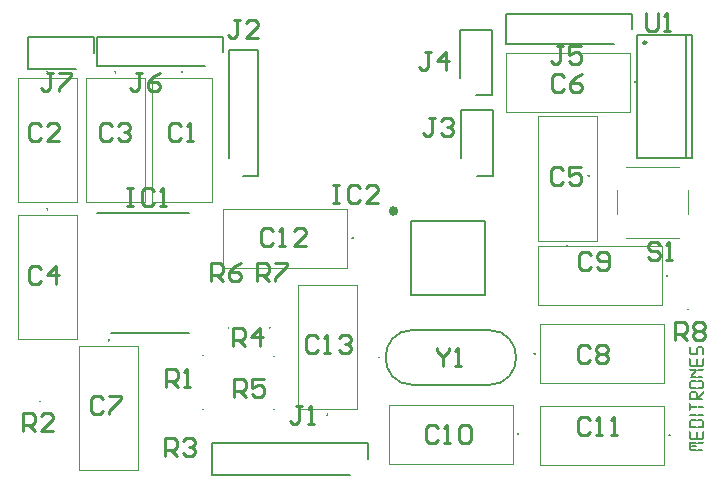
<source format=gto>
G04*
G04 #@! TF.GenerationSoftware,Altium Limited,Altium Designer,24.2.2 (26)*
G04*
G04 Layer_Color=65535*
%FSLAX44Y44*%
%MOMM*%
G71*
G04*
G04 #@! TF.SameCoordinates,F2C55401-2C48-4F77-8023-E721376540C6*
G04*
G04*
G04 #@! TF.FilePolarity,Positive*
G04*
G01*
G75*
%ADD10C,0.2000*%
%ADD11C,0.4000*%
%ADD12C,0.2500*%
%ADD13C,0.1000*%
%ADD14C,0.2540*%
G36*
X591119Y111503D02*
X590674Y111017D01*
X591189Y111468D01*
X592000Y110728D01*
Y105510D01*
X591189Y104770D01*
X590343Y105510D01*
Y110675D01*
X590361D01*
X590674Y111017D01*
X590343Y110728D01*
Y110675D01*
X586782D01*
X586641Y110827D01*
Y106215D01*
X585813Y105475D01*
X585352Y105886D01*
X584984Y106290D01*
Y110869D01*
X585813Y111627D01*
X586378Y111110D01*
X586641Y110827D01*
Y110869D01*
X586378Y111110D01*
X585848Y111680D01*
X586483Y112350D01*
X590361D01*
X591119Y111503D01*
D02*
G37*
G36*
X581265Y111592D02*
Y106444D01*
X581247D01*
X580855Y106008D01*
X580436Y105633D01*
X579608Y106374D01*
Y111592D01*
X580436Y112350D01*
X581265Y111592D01*
D02*
G37*
G36*
X584984Y106290D02*
Y106215D01*
X585352Y105886D01*
X585760Y105440D01*
X585160Y104770D01*
X581247D01*
X580472Y105581D01*
X580855Y106008D01*
X581265Y106374D01*
Y106444D01*
X584843D01*
X584984Y106290D01*
D02*
G37*
G36*
X592000Y95533D02*
X590589Y96704D01*
X590361Y96978D01*
X590343D01*
Y96908D01*
X590589Y96704D01*
X591753Y95304D01*
X586465D01*
X585830Y95974D01*
X586145Y96306D01*
X585813Y96009D01*
X585257Y96505D01*
X585742Y95974D01*
X585160Y95304D01*
X579837D01*
X581052Y96747D01*
X579608Y95533D01*
Y102884D01*
X581265Y101491D01*
Y96978D01*
X581247D01*
X581052Y96747D01*
X581265Y96925D01*
Y96978D01*
X584826D01*
X584984Y96804D01*
Y96749D01*
X585257Y96505D01*
X584984Y96804D01*
Y101403D01*
X585813Y102161D01*
X586641Y101403D01*
Y96829D01*
X586145Y96306D01*
X586641Y96749D01*
Y96829D01*
X586782Y96978D01*
X590343D01*
Y101491D01*
X592000Y102884D01*
Y95533D01*
D02*
G37*
G36*
X590607Y91743D02*
X586765D01*
X585830Y92748D01*
X586465Y93418D01*
X592000D01*
X590607Y91743D01*
D02*
G37*
G36*
X585742Y92748D02*
X584890Y91813D01*
X584138D01*
X584067Y91743D01*
X581000D01*
X579590Y93418D01*
X585160D01*
X585742Y92748D01*
D02*
G37*
G36*
X592000Y85838D02*
X586483D01*
X585830Y86508D01*
X586782Y87512D01*
X590607D01*
X592000Y85838D01*
D02*
G37*
G36*
X585319Y90650D02*
X582181Y87512D01*
X584826D01*
X585742Y86508D01*
X585160Y85838D01*
X579573D01*
X580925Y87424D01*
X582093D01*
X582181Y87512D01*
X581000D01*
X580925Y87424D01*
X580895D01*
Y88605D01*
X584067Y91743D01*
X584826D01*
X584890Y91813D01*
X585302D01*
X585319Y90650D01*
D02*
G37*
G36*
X591119Y83105D02*
X590620Y82560D01*
X590343Y82312D01*
Y82277D01*
X586782D01*
X585830Y83282D01*
X586465Y83952D01*
X590361D01*
X591119Y83105D01*
D02*
G37*
G36*
X585742Y83282D02*
X584826Y82277D01*
X581265D01*
Y78046D01*
X581247D01*
X580855Y77610D01*
X580436Y77235D01*
X579608Y77976D01*
Y82312D01*
X580436Y83070D01*
X580912Y82635D01*
X581247Y82277D01*
X581265D01*
Y82312D01*
X580912Y82635D01*
X580472Y83105D01*
X581247Y83952D01*
X585160D01*
X585742Y83282D01*
D02*
G37*
G36*
X592000Y82312D02*
Y77976D01*
X591189Y77235D01*
X590761Y77610D01*
X590378Y78046D01*
X590343D01*
Y77976D01*
X590761Y77610D01*
X591136Y77182D01*
X590378Y76372D01*
X586483D01*
X585848Y77042D01*
X586782Y78046D01*
X590343D01*
Y82277D01*
X590361D01*
X590620Y82560D01*
X591189Y83070D01*
X592000Y82312D01*
D02*
G37*
G36*
X585742Y77042D02*
X585160Y76372D01*
X581247D01*
X580472Y77182D01*
X580855Y77610D01*
X581265Y77976D01*
Y78046D01*
X584843D01*
X585742Y77042D01*
D02*
G37*
G36*
Y73816D02*
X585163Y73169D01*
X585813Y73763D01*
X586641Y73005D01*
Y70290D01*
X586606Y70255D01*
Y69074D01*
X586641Y69073D01*
Y68431D01*
X586145Y67908D01*
X586641Y68351D01*
Y68431D01*
X586782Y68580D01*
X590607D01*
X592000Y66906D01*
X586483D01*
X585830Y67575D01*
X586145Y67908D01*
X585813Y67611D01*
X585257Y68107D01*
X585742Y67575D01*
X585160Y66906D01*
X579837D01*
X581009Y68298D01*
X579608Y67135D01*
Y72846D01*
X580436Y73604D01*
X580912Y73169D01*
X580472Y73639D01*
X581247Y74485D01*
X585160D01*
X585742Y73816D01*
D02*
G37*
G36*
X592000Y73287D02*
X587769Y69056D01*
X586641Y69073D01*
Y70290D01*
X590837Y74485D01*
X592000D01*
Y73287D01*
D02*
G37*
G36*
Y61212D02*
X591277Y60401D01*
X587417D01*
X586483Y61388D01*
X587099Y62076D01*
X591260D01*
X592000Y61212D01*
D02*
G37*
G36*
X581265Y63644D02*
Y61369D01*
X581124Y61212D01*
X581265Y61064D01*
Y61369D01*
X581899Y62076D01*
X585830D01*
X586394Y61388D01*
X585495Y60401D01*
X581899D01*
X581265Y61064D01*
Y58832D01*
X579608Y57440D01*
Y65037D01*
X581265Y63644D01*
D02*
G37*
G36*
X592000Y54002D02*
X591260Y53191D01*
X586765D01*
X585830Y54179D01*
X586465Y54866D01*
X591260D01*
X592000Y54002D01*
D02*
G37*
G36*
X585742Y54179D02*
X584826Y53191D01*
X580331D01*
X579573Y54002D01*
X580348Y54866D01*
X585160D01*
X585742Y54179D01*
D02*
G37*
G36*
X591119Y49666D02*
X590620Y49120D01*
X590343Y48872D01*
Y48837D01*
X586782D01*
X585830Y49842D01*
X586465Y50512D01*
X590361D01*
X591119Y49666D01*
D02*
G37*
G36*
X585742Y49842D02*
X584843Y48837D01*
X581265D01*
Y44607D01*
X581247D01*
X581009Y44324D01*
X581265Y44536D01*
Y44607D01*
X584826D01*
X585742Y43602D01*
X585160Y42932D01*
X579837D01*
X581009Y44324D01*
X579608Y43161D01*
Y48872D01*
X580436Y49630D01*
X580912Y49195D01*
X581247Y48837D01*
X581265D01*
Y48872D01*
X580912Y49195D01*
X580472Y49666D01*
X581247Y50512D01*
X585160D01*
X585742Y49842D01*
D02*
G37*
G36*
X592000Y48872D02*
Y43161D01*
X590589Y44332D01*
X590361Y44607D01*
X590343D01*
Y44536D01*
X590589Y44332D01*
X591753Y42932D01*
X586483D01*
X585830Y43584D01*
X586782Y44607D01*
X590343D01*
Y48837D01*
X590361D01*
X590620Y49120D01*
X591189Y49630D01*
X592000Y48872D01*
D02*
G37*
G36*
Y33695D02*
X590589Y34866D01*
X590361Y35141D01*
X590343D01*
Y35070D01*
X590589Y34866D01*
X591753Y33466D01*
X586465D01*
X585830Y34136D01*
X586145Y34468D01*
X585813Y34171D01*
X585257Y34668D01*
X585742Y34136D01*
X585160Y33466D01*
X579837D01*
X581052Y34909D01*
X579608Y33695D01*
Y41046D01*
X581265Y39653D01*
Y35141D01*
X581247D01*
X581052Y34909D01*
X581265Y35088D01*
Y35141D01*
X584826D01*
X584984Y34967D01*
Y34911D01*
X585257Y34668D01*
X584984Y34967D01*
Y39565D01*
X585813Y40323D01*
X586641Y39565D01*
Y34992D01*
X586145Y34468D01*
X586641Y34911D01*
Y34992D01*
X586782Y35141D01*
X590343D01*
Y39653D01*
X592000Y41046D01*
Y33695D01*
D02*
G37*
G36*
X590607Y29923D02*
X586765D01*
X585830Y30928D01*
X586465Y31597D01*
X592000D01*
X590607Y29923D01*
D02*
G37*
G36*
X585742Y30928D02*
X584843Y29923D01*
X581265D01*
Y27831D01*
X581212Y27772D01*
X581265Y27716D01*
Y25675D01*
X581247D01*
X581059Y25450D01*
X581265Y25622D01*
Y25675D01*
X584826D01*
X585742Y24670D01*
X585160Y24000D01*
X579837D01*
X581059Y25450D01*
X579608Y24247D01*
Y31333D01*
X581108Y30089D01*
X581247Y29923D01*
X581265D01*
Y29958D01*
X581108Y30089D01*
X579837Y31597D01*
X585160D01*
X585742Y30928D01*
D02*
G37*
G36*
Y27772D02*
X584984Y26961D01*
X581970D01*
X581265Y27716D01*
Y27831D01*
X581987Y28636D01*
X584984D01*
X585742Y27772D01*
D02*
G37*
G36*
X592000Y24000D02*
X586483D01*
X585830Y24670D01*
X586782Y25675D01*
X590607D01*
X592000Y24000D01*
D02*
G37*
%LPC*%
G36*
X580912Y73169D02*
X581247Y72811D01*
X581265D01*
Y72846D01*
X580912Y73169D01*
D02*
G37*
G36*
X585163Y73169D02*
X584984Y73005D01*
Y72968D01*
X584843Y72811D01*
X581265D01*
Y68580D01*
X581247D01*
X581009Y68298D01*
X581265Y68510D01*
Y68580D01*
X584826D01*
X584984Y68406D01*
Y68351D01*
X585257Y68107D01*
X584984Y68406D01*
Y72968D01*
X585163Y73169D01*
D02*
G37*
%LPD*%
D10*
X93500Y345000D02*
G03*
X93500Y344000I0J-500D01*
G01*
D02*
G03*
X93500Y345000I0J500D01*
G01*
D02*
G03*
X93500Y344000I0J-500D01*
G01*
X476000Y197000D02*
G03*
X476000Y198000I0J500D01*
G01*
D02*
G03*
X476000Y197000I0J-500D01*
G01*
D02*
G03*
X476000Y198000I0J500D01*
G01*
X29500Y65750D02*
G03*
X29500Y65750I-500J0D01*
G01*
X227750Y104000D02*
G03*
X227750Y104000I-500J0D01*
G01*
Y59000D02*
G03*
X227750Y59000I-500J0D01*
G01*
X167750D02*
G03*
X167750Y59000I-500J0D01*
G01*
X224500Y128000D02*
G03*
X224500Y128000I-500J0D01*
G01*
X448000Y106000D02*
G03*
X449000Y106000I500J0D01*
G01*
D02*
G03*
X448000Y106000I-500J0D01*
G01*
D02*
G03*
X449000Y106000I500J0D01*
G01*
X167750Y105000D02*
G03*
X167750Y105000I-500J0D01*
G01*
X578500Y143750D02*
G03*
X578500Y143750I-500J0D01*
G01*
X295000Y204000D02*
G03*
X294000Y204000I-500J0D01*
G01*
D02*
G03*
X295000Y204000I500J0D01*
G01*
D02*
G03*
X294000Y204000I-500J0D01*
G01*
X189500Y128000D02*
G03*
X189500Y128000I-500J0D01*
G01*
X273000Y54000D02*
G03*
X273000Y55000I0J500D01*
G01*
D02*
G03*
X273000Y54000I0J-500D01*
G01*
D02*
G03*
X273000Y55000I0J500D01*
G01*
X435000Y38000D02*
G03*
X434000Y38000I-500J0D01*
G01*
D02*
G03*
X435000Y38000I500J0D01*
G01*
D02*
G03*
X434000Y38000I-500J0D01*
G01*
X88000Y118000D02*
G03*
X88000Y117000I0J-500D01*
G01*
D02*
G03*
X88000Y118000I0J500D01*
G01*
D02*
G03*
X88000Y117000I0J-500D01*
G01*
X150000Y345000D02*
G03*
X150000Y344000I0J-500D01*
G01*
D02*
G03*
X150000Y345000I0J500D01*
G01*
D02*
G03*
X150000Y344000I0J-500D01*
G01*
X36000Y345000D02*
G03*
X36000Y344000I0J-500D01*
G01*
D02*
G03*
X36000Y345000I0J500D01*
G01*
D02*
G03*
X36000Y344000I0J-500D01*
G01*
X36000Y229000D02*
G03*
X36000Y228000I0J-500D01*
G01*
D02*
G03*
X36000Y229000I0J500D01*
G01*
D02*
G03*
X36000Y228000I0J-500D01*
G01*
X534000Y336000D02*
G03*
X533000Y336000I-500J0D01*
G01*
D02*
G03*
X534000Y336000I500J0D01*
G01*
D02*
G03*
X533000Y336000I-500J0D01*
G01*
X494000Y257000D02*
G03*
X495000Y257000I500J0D01*
G01*
D02*
G03*
X494000Y257000I-500J0D01*
G01*
D02*
G03*
X495000Y257000I500J0D01*
G01*
X345600Y126250D02*
G03*
X345600Y79750I0J-23250D01*
G01*
X409600D02*
G03*
X409600Y126250I0J23250D01*
G01*
X563000Y37000D02*
G03*
X562000Y37000I-500J0D01*
G01*
D02*
G03*
X563000Y37000I500J0D01*
G01*
D02*
G03*
X562000Y37000I-500J0D01*
G01*
X561000Y172000D02*
G03*
X560000Y172000I-500J0D01*
G01*
D02*
G03*
X561000Y172000I500J0D01*
G01*
D02*
G03*
X560000Y172000I-500J0D01*
G01*
X189500Y271600D02*
Y362999D01*
X214500D01*
Y256400D02*
Y362999D01*
X202000Y256400D02*
X214500D01*
X343500Y218500D02*
X406500D01*
Y155500D02*
Y218500D01*
X343500Y155500D02*
X406500D01*
X343500D02*
Y218500D01*
X581501Y272000D02*
Y376000D01*
X535500Y272000D02*
X581501D01*
X535500D02*
Y376000D01*
X581501D01*
X576500Y272000D02*
Y376000D01*
X90300Y123300D02*
X156300D01*
X77950Y224900D02*
X156300D01*
X386500Y271600D02*
Y312200D01*
X413500D01*
Y256400D02*
Y312200D01*
X400000Y256400D02*
X413500D01*
X385500Y340000D02*
Y380600D01*
X412500D01*
Y324800D02*
Y380600D01*
X399000Y324800D02*
X412500D01*
X424400Y368500D02*
X515800D01*
X424400D02*
Y393500D01*
X531000D01*
Y381000D02*
Y393500D01*
X78400Y349500D02*
X169800D01*
X78400D02*
Y374500D01*
X185000D01*
Y362000D02*
Y374500D01*
X19400Y347500D02*
X60000D01*
X19400D02*
Y374500D01*
X75200D01*
Y361000D02*
Y374500D01*
X175400Y3300D02*
X292200D01*
X175400D02*
Y30700D01*
X307400D01*
Y17000D02*
Y30700D01*
X345600Y79750D02*
X409600D01*
X345600Y126250D02*
X409600D01*
D11*
X331000Y227000D02*
G03*
X331000Y227000I-2000J0D01*
G01*
D12*
X543250Y369500D02*
G03*
X543250Y369500I-1250J0D01*
G01*
D13*
X316200Y103000D02*
G03*
X317200Y103000I500J0D01*
G01*
D02*
G03*
X316200Y103000I-500J0D01*
G01*
X68500Y235000D02*
Y340000D01*
Y235000D02*
X118500D01*
Y340000D01*
X68500D02*
X118500D01*
X451000Y202000D02*
X501000D01*
X451000D02*
Y307000D01*
X501000D01*
Y202000D02*
Y307000D01*
X453000Y81000D02*
Y131000D01*
X558000D01*
Y81000D02*
Y131000D01*
X453000Y81000D02*
X558000D01*
X290000Y179000D02*
Y229000D01*
X185000Y179000D02*
X290000D01*
X185000D02*
Y229000D01*
X290000D01*
X248000Y59000D02*
X298000D01*
X248000D02*
Y164000D01*
X298000D01*
Y59000D02*
Y164000D01*
X430000Y13000D02*
Y63000D01*
X325000Y13000D02*
X430000D01*
X325000D02*
Y63000D01*
X430000D01*
X63000Y113000D02*
X113000D01*
Y8000D02*
Y113000D01*
X63000Y8000D02*
X113000D01*
X63000D02*
Y113000D01*
X125000Y340000D02*
X175000D01*
Y235000D02*
Y340000D01*
X125000Y235000D02*
X175000D01*
X125000D02*
Y340000D01*
X11000D02*
X61000D01*
Y235000D02*
Y340000D01*
X11000Y235000D02*
X61000D01*
X11000D02*
Y340000D01*
Y224000D02*
X61000D01*
Y119000D02*
Y224000D01*
X11000Y119000D02*
X61000D01*
X11000D02*
Y224000D01*
X529000Y311000D02*
Y361000D01*
X424000Y311000D02*
X529000D01*
X424000D02*
Y361000D01*
X529000D01*
X578500Y224500D02*
Y244500D01*
Y224500D02*
Y244500D01*
X526000Y204501D02*
X571000D01*
X526000D02*
X571000D01*
X518500Y224500D02*
Y244500D01*
Y224500D02*
Y244500D01*
X526000Y264500D02*
X571000D01*
X526000D02*
X571000D01*
X558000Y12000D02*
Y62000D01*
X453000Y12000D02*
X558000D01*
X453000D02*
Y62000D01*
X558000D01*
X556000Y147001D02*
Y197000D01*
X451000Y147001D02*
X556000D01*
X451000D02*
Y197000D01*
X556000D01*
D14*
X90961Y299078D02*
X88421Y301618D01*
X83343D01*
X80804Y299078D01*
Y288922D01*
X83343Y286383D01*
X88421D01*
X90961Y288922D01*
X96039Y299078D02*
X98578Y301618D01*
X103657D01*
X106196Y299078D01*
Y296539D01*
X103657Y294000D01*
X101117D01*
X103657D01*
X106196Y291461D01*
Y288922D01*
X103657Y286383D01*
X98578D01*
X96039Y288922D01*
X365843Y110618D02*
Y108078D01*
X370922Y103000D01*
X376000Y108078D01*
Y110618D01*
X370922Y103000D02*
Y95382D01*
X381078D02*
X386157D01*
X383618D01*
Y110618D01*
X381078Y108078D01*
X542844Y394617D02*
Y381921D01*
X545383Y379382D01*
X550461D01*
X553000Y381921D01*
Y394617D01*
X558079Y379382D02*
X563157D01*
X560618D01*
Y394617D01*
X558079Y392078D01*
X555000Y198078D02*
X552461Y200618D01*
X547383D01*
X544843Y198078D01*
Y195539D01*
X547383Y193000D01*
X552461D01*
X555000Y190461D01*
Y187922D01*
X552461Y185382D01*
X547383D01*
X544843Y187922D01*
X560078Y185382D02*
X565157D01*
X562618D01*
Y200618D01*
X560078Y198078D01*
X567304Y117382D02*
Y132618D01*
X574922D01*
X577461Y130078D01*
Y125000D01*
X574922Y122461D01*
X567304D01*
X572383D02*
X577461Y117382D01*
X582539Y130078D02*
X585078Y132618D01*
X590157D01*
X592696Y130078D01*
Y127539D01*
X590157Y125000D01*
X592696Y122461D01*
Y119922D01*
X590157Y117382D01*
X585078D01*
X582539Y119922D01*
Y122461D01*
X585078Y125000D01*
X582539Y127539D01*
Y130078D01*
X585078Y125000D02*
X590157D01*
X213304Y167383D02*
Y182617D01*
X220922D01*
X223461Y180078D01*
Y175000D01*
X220922Y172461D01*
X213304D01*
X218382D02*
X223461Y167383D01*
X228539Y182617D02*
X238696D01*
Y180078D01*
X228539Y169922D01*
Y167383D01*
X174304Y167632D02*
Y182868D01*
X181922D01*
X184461Y180328D01*
Y175250D01*
X181922Y172711D01*
X174304D01*
X179382D02*
X184461Y167632D01*
X199696Y182868D02*
X194618Y180328D01*
X189539Y175250D01*
Y170172D01*
X192078Y167632D01*
X197157D01*
X199696Y170172D01*
Y172711D01*
X197157Y175250D01*
X189539D01*
X194304Y69383D02*
Y84618D01*
X201922D01*
X204461Y82078D01*
Y77000D01*
X201922Y74461D01*
X194304D01*
X199382D02*
X204461Y69383D01*
X219696Y84618D02*
X209539D01*
Y77000D01*
X214618Y79539D01*
X217157D01*
X219696Y77000D01*
Y71922D01*
X217157Y69383D01*
X212078D01*
X209539Y71922D01*
X193304Y112382D02*
Y127618D01*
X200922D01*
X203461Y125078D01*
Y120000D01*
X200922Y117461D01*
X193304D01*
X198382D02*
X203461Y112382D01*
X216157D02*
Y127618D01*
X208539Y120000D01*
X218696D01*
X135304Y19382D02*
Y34618D01*
X142922D01*
X145461Y32078D01*
Y27000D01*
X142922Y24461D01*
X135304D01*
X140382D02*
X145461Y19382D01*
X150539Y32078D02*
X153078Y34618D01*
X158157D01*
X160696Y32078D01*
Y29539D01*
X158157Y27000D01*
X155618D01*
X158157D01*
X160696Y24461D01*
Y21922D01*
X158157Y19382D01*
X153078D01*
X150539Y21922D01*
X15304Y40382D02*
Y55617D01*
X22922D01*
X25461Y53078D01*
Y48000D01*
X22922Y45461D01*
X15304D01*
X20382D02*
X25461Y40382D01*
X40696D02*
X30539D01*
X40696Y50539D01*
Y53078D01*
X38157Y55617D01*
X33078D01*
X30539Y53078D01*
X136843Y78383D02*
Y93617D01*
X144461D01*
X147000Y91078D01*
Y86000D01*
X144461Y83461D01*
X136843D01*
X141922D02*
X147000Y78383D01*
X152078D02*
X157157D01*
X154618D01*
Y93617D01*
X152078Y91078D01*
X41061Y343618D02*
X35983D01*
X38522D01*
Y330922D01*
X35983Y328382D01*
X33444D01*
X30904Y330922D01*
X46139Y343618D02*
X56296D01*
Y341078D01*
X46139Y330922D01*
Y328382D01*
X115861Y343618D02*
X110783D01*
X113322D01*
Y330922D01*
X110783Y328383D01*
X108244D01*
X105704Y330922D01*
X131096Y343618D02*
X126018Y341079D01*
X120939Y336001D01*
Y330922D01*
X123479Y328383D01*
X128557D01*
X131096Y330922D01*
Y333461D01*
X128557Y336001D01*
X120939D01*
X472461Y366618D02*
X467383D01*
X469922D01*
Y353922D01*
X467383Y351382D01*
X464843D01*
X462304Y353922D01*
X487696Y366618D02*
X477539D01*
Y359000D01*
X482617Y361539D01*
X485157D01*
X487696Y359000D01*
Y353922D01*
X485157Y351382D01*
X480078D01*
X477539Y353922D01*
X360461Y361618D02*
X355382D01*
X357922D01*
Y348922D01*
X355382Y346382D01*
X352843D01*
X350304Y348922D01*
X373157Y346382D02*
Y361618D01*
X365539Y354000D01*
X375696D01*
X364461Y305618D02*
X359383D01*
X361922D01*
Y292922D01*
X359383Y290382D01*
X356843D01*
X354304Y292922D01*
X369539Y303078D02*
X372078Y305618D01*
X377157D01*
X379696Y303078D01*
Y300539D01*
X377157Y298000D01*
X374618D01*
X377157D01*
X379696Y295461D01*
Y292922D01*
X377157Y290382D01*
X372078D01*
X369539Y292922D01*
X199387Y388523D02*
X194308D01*
X196847D01*
Y375827D01*
X194308Y373288D01*
X191769D01*
X189230Y375827D01*
X214622Y373288D02*
X204465D01*
X214622Y383444D01*
Y385983D01*
X212083Y388523D01*
X207004D01*
X204465Y385983D01*
X252000Y61617D02*
X246922D01*
X249461D01*
Y48922D01*
X246922Y46382D01*
X244382D01*
X241843Y48922D01*
X257078Y46382D02*
X262157D01*
X259618D01*
Y61617D01*
X257078Y59078D01*
X277456Y248618D02*
X282535D01*
X279995D01*
Y233382D01*
X277456D01*
X282535D01*
X300309Y246078D02*
X297770Y248618D01*
X292691D01*
X290152Y246078D01*
Y235922D01*
X292691Y233382D01*
X297770D01*
X300309Y235922D01*
X315544Y233382D02*
X305387D01*
X315544Y243539D01*
Y246078D01*
X313005Y248618D01*
X307926D01*
X305387Y246078D01*
X103495Y246618D02*
X108574D01*
X106034D01*
Y231383D01*
X103495D01*
X108574D01*
X126348Y244078D02*
X123809Y246618D01*
X118730D01*
X116191Y244078D01*
Y233922D01*
X118730Y231383D01*
X123809D01*
X126348Y233922D01*
X131426Y231383D02*
X136505D01*
X133966D01*
Y246618D01*
X131426Y244078D01*
X265113Y119078D02*
X262574Y121617D01*
X257495D01*
X254956Y119078D01*
Y108922D01*
X257495Y106383D01*
X262574D01*
X265113Y108922D01*
X270191Y106383D02*
X275270D01*
X272730D01*
Y121617D01*
X270191Y119078D01*
X282887D02*
X285426Y121617D01*
X290505D01*
X293044Y119078D01*
Y116539D01*
X290505Y114000D01*
X287966D01*
X290505D01*
X293044Y111461D01*
Y108922D01*
X290505Y106383D01*
X285426D01*
X282887Y108922D01*
X227113Y210078D02*
X224574Y212617D01*
X219495D01*
X216956Y210078D01*
Y199922D01*
X219495Y197383D01*
X224574D01*
X227113Y199922D01*
X232191Y197383D02*
X237270D01*
X234730D01*
Y212617D01*
X232191Y210078D01*
X255044Y197383D02*
X244887D01*
X255044Y207539D01*
Y210078D01*
X252505Y212617D01*
X247426D01*
X244887Y210078D01*
X495461Y50078D02*
X492922Y52618D01*
X487843D01*
X485304Y50078D01*
Y39922D01*
X487843Y37383D01*
X492922D01*
X495461Y39922D01*
X500539Y37383D02*
X505617D01*
X503078D01*
Y52618D01*
X500539Y50078D01*
X513235Y37383D02*
X518313D01*
X515774D01*
Y52618D01*
X513235Y50078D01*
X367113Y43078D02*
X364574Y45618D01*
X359495D01*
X356956Y43078D01*
Y32922D01*
X359495Y30382D01*
X364574D01*
X367113Y32922D01*
X372191Y30382D02*
X377270D01*
X374730D01*
Y45618D01*
X372191Y43078D01*
X384887D02*
X387426Y45618D01*
X392505D01*
X395044Y43078D01*
Y32922D01*
X392505Y30382D01*
X387426D01*
X384887Y32922D01*
Y43078D01*
X496461Y190078D02*
X493922Y192618D01*
X488843D01*
X486304Y190078D01*
Y179922D01*
X488843Y177383D01*
X493922D01*
X496461Y179922D01*
X501539D02*
X504078Y177383D01*
X509157D01*
X511696Y179922D01*
Y190078D01*
X509157Y192618D01*
X504078D01*
X501539Y190078D01*
Y187539D01*
X504078Y185000D01*
X511696D01*
X495461Y111078D02*
X492922Y113617D01*
X487843D01*
X485304Y111078D01*
Y100922D01*
X487843Y98383D01*
X492922D01*
X495461Y100922D01*
X500539Y111078D02*
X503078Y113617D01*
X508157D01*
X510696Y111078D01*
Y108539D01*
X508157Y106000D01*
X510696Y103461D01*
Y100922D01*
X508157Y98383D01*
X503078D01*
X500539Y100922D01*
Y103461D01*
X503078Y106000D01*
X500539Y108539D01*
Y111078D01*
X503078Y106000D02*
X508157D01*
X83461Y68078D02*
X80922Y70617D01*
X75843D01*
X73304Y68078D01*
Y57922D01*
X75843Y55382D01*
X80922D01*
X83461Y57922D01*
X88539Y70617D02*
X98696D01*
Y68078D01*
X88539Y57922D01*
Y55382D01*
X473461Y340078D02*
X470922Y342617D01*
X465843D01*
X463304Y340078D01*
Y329921D01*
X465843Y327382D01*
X470922D01*
X473461Y329921D01*
X488696Y342617D02*
X483618Y340078D01*
X478539Y335000D01*
Y329921D01*
X481078Y327382D01*
X486157D01*
X488696Y329921D01*
Y332461D01*
X486157Y335000D01*
X478539D01*
X472461Y262078D02*
X469921Y264618D01*
X464843D01*
X462304Y262078D01*
Y251922D01*
X464843Y249383D01*
X469921D01*
X472461Y251922D01*
X487696Y264618D02*
X477539D01*
Y257000D01*
X482617Y259539D01*
X485157D01*
X487696Y257000D01*
Y251922D01*
X485157Y249383D01*
X480078D01*
X477539Y251922D01*
X30461Y178078D02*
X27922Y180618D01*
X22843D01*
X20304Y178078D01*
Y167922D01*
X22843Y165382D01*
X27922D01*
X30461Y167922D01*
X43157Y165382D02*
Y180618D01*
X35539Y173000D01*
X45696D01*
X30461Y299078D02*
X27922Y301618D01*
X22843D01*
X20304Y299078D01*
Y288922D01*
X22843Y286383D01*
X27922D01*
X30461Y288922D01*
X45696Y286383D02*
X35539D01*
X45696Y296539D01*
Y299078D01*
X43157Y301618D01*
X38078D01*
X35539Y299078D01*
X149000D02*
X146461Y301618D01*
X141383D01*
X138843Y299078D01*
Y288922D01*
X141383Y286383D01*
X146461D01*
X149000Y288922D01*
X154078Y286383D02*
X159157D01*
X156618D01*
Y301618D01*
X154078Y299078D01*
M02*

</source>
